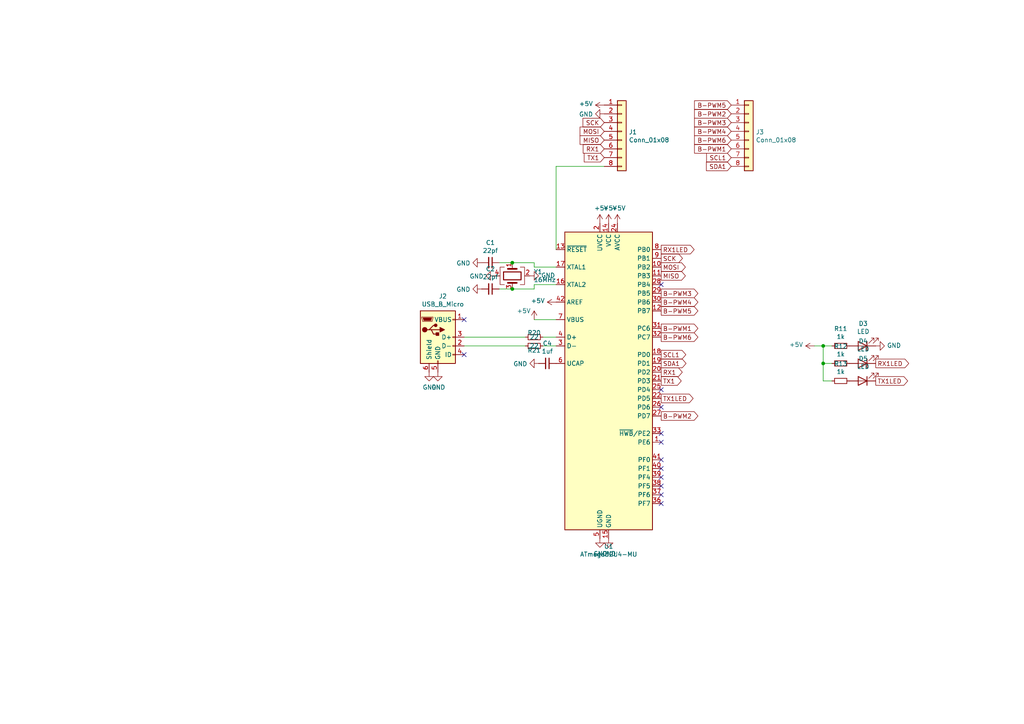
<source format=kicad_sch>
(kicad_sch (version 20211123) (generator eeschema)
  (paper "A4")
  (lib_symbols
    (symbol "Connector:USB_B_Micro" (pin_names (offset 1.016))
      (property "Reference" "J" (at -5.08 11.43 0))
      (property "Value" "USB_B_Micro" (at -5.08 8.89 0))
      (symbol "USB_B_Micro_0_1"
        (rectangle (start -5.08 -7.62) (end 5.08 7.62) (stroke (width 0.254)) (fill (type background)))
        (circle (center -3.81 2.159) (radius 0.635) (stroke (width 0.254)) (fill (type outline)))
        (circle (center -0.635 3.429) (radius 0.381) (stroke (width 0.254)) (fill (type outline)))
        (rectangle (start -0.127 -7.62) (end 0.127 -6.858))
        (polyline (pts (xy -1.905 2.159) (xy 0.635 2.159)) (stroke (width 0.254)))
        (polyline (pts (xy -3.175 2.159) (xy -2.54 2.159) (xy -1.27 3.429) (xy -0.635 3.429)) (stroke (width 0.254)))
        (polyline (pts (xy -2.54 2.159) (xy -1.905 2.159) (xy -1.27 0.889) (xy 0 0.889)) (stroke (width 0.254)))
        (polyline (pts (xy 0.635 2.794) (xy 0.635 1.524) (xy 1.905 2.159) (xy 0.635 2.794)) (stroke (width 0.254)) (fill (type outline)))
        (polyline (pts (xy -4.318 5.588) (xy -1.778 5.588) (xy -2.032 4.826) (xy -4.064 4.826) (xy -4.318 5.588)) (fill (type outline)))
        (polyline (pts (xy -4.699 5.842) (xy -4.699 5.588) (xy -4.445 4.826) (xy -4.445 4.572) (xy -1.651 4.572) (xy -1.651 4.826) (xy -1.397 5.588) (xy -1.397 5.842) (xy -4.699 5.842)))
        (rectangle (start 0.254 1.27) (end -0.508 0.508) (stroke (width 0.254)) (fill (type outline)))
        (rectangle (start 5.08 -5.207) (end 4.318 -4.953))
        (rectangle (start 5.08 -2.667) (end 4.318 -2.413))
        (rectangle (start 5.08 -0.127) (end 4.318 0.127))
        (rectangle (start 5.08 4.953) (end 4.318 5.207))
      )
      (symbol "USB_B_Micro_1_1"
        (pin power_out line (at 7.62 5.08 180) (length 2.54) (name "VBUS") (number "1"))
        (pin bidirectional line (at 7.62 -2.54 180) (length 2.54) (name "D-") (number "2"))
        (pin bidirectional line (at 7.62 0 180) (length 2.54) (name "D+") (number "3"))
        (pin passive line (at 7.62 -5.08 180) (length 2.54) (name "ID") (number "4"))
        (pin power_out line (at 0 -10.16 90) (length 2.54) (name "GND") (number "5"))
        (pin passive line (at -2.54 -10.16 90) (length 2.54) (name "Shield") (number "6"))
      )
    )
    (symbol "Connector_Generic:Conn_01x08" (pin_names (offset 1.016) hide)
      (property "Reference" "J" (at 0 10.16 0))
      (property "Value" "Conn_01x08" (at 0 -12.7 0))
      (symbol "Conn_01x08_1_1"
        (rectangle (start -1.27 -10.033) (end 0 -10.287) (stroke (width 0.1524)))
        (rectangle (start -1.27 -7.493) (end 0 -7.747) (stroke (width 0.1524)))
        (rectangle (start -1.27 -4.953) (end 0 -5.207) (stroke (width 0.1524)))
        (rectangle (start -1.27 -2.413) (end 0 -2.667) (stroke (width 0.1524)))
        (rectangle (start -1.27 0.127) (end 0 -0.127) (stroke (width 0.1524)))
        (rectangle (start -1.27 2.667) (end 0 2.413) (stroke (width 0.1524)))
        (rectangle (start -1.27 5.207) (end 0 4.953) (stroke (width 0.1524)))
        (rectangle (start -1.27 7.747) (end 0 7.493) (stroke (width 0.1524)))
        (rectangle (start -1.27 8.89) (end 1.27 -11.43) (stroke (width 0.254)) (fill (type background)))
        (pin passive line (at -5.08 7.62 0) (length 3.81) (name "Pin_1") (number "1"))
        (pin passive line (at -5.08 5.08 0) (length 3.81) (name "Pin_2") (number "2"))
        (pin passive line (at -5.08 2.54 0) (length 3.81) (name "Pin_3") (number "3"))
        (pin passive line (at -5.08 0 0) (length 3.81) (name "Pin_4") (number "4"))
        (pin passive line (at -5.08 -2.54 0) (length 3.81) (name "Pin_5") (number "5"))
        (pin passive line (at -5.08 -5.08 0) (length 3.81) (name "Pin_6") (number "6"))
        (pin passive line (at -5.08 -7.62 0) (length 3.81) (name "Pin_7") (number "7"))
        (pin passive line (at -5.08 -10.16 0) (length 3.81) (name "Pin_8") (number "8"))
      )
    )
    (symbol "Device:C_Small" (pin_numbers hide) (pin_names (offset 0.254) hide)
      (property "Reference" "C" (at 0.254 1.778 0))
      (property "Value" "C_Small" (at 0.254 -2.032 0))
      (symbol "C_Small_0_1"
        (polyline (pts (xy -1.524 -0.508) (xy 1.524 -0.508)) (stroke (width 0.3302)))
        (polyline (pts (xy -1.524 0.508) (xy 1.524 0.508)) (stroke (width 0.3048)))
      )
      (symbol "C_Small_1_1"
        (pin passive line (at 0 2.54 270) (length 2.032) (name "~") (number "1"))
        (pin passive line (at 0 -2.54 90) (length 2.032) (name "~") (number "2"))
      )
    )
    (symbol "Device:Crystal_GND24" (pin_names (offset 1.016) hide)
      (property "Reference" "Y" (at 3.175 5.08 0))
      (property "Value" "Crystal_GND24" (at 3.175 3.175 0))
      (symbol "Crystal_GND24_0_1"
        (rectangle (start -1.143 2.54) (end 1.143 -2.54) (stroke (width 0.3048)))
        (polyline (pts (xy -2.54 0) (xy -2.032 0)))
        (polyline (pts (xy -2.032 -1.27) (xy -2.032 1.27)) (stroke (width 0.508)))
        (polyline (pts (xy 0 -3.81) (xy 0 -3.556)))
        (polyline (pts (xy 0 3.556) (xy 0 3.81)))
        (polyline (pts (xy 2.032 -1.27) (xy 2.032 1.27)) (stroke (width 0.508)))
        (polyline (pts (xy 2.032 0) (xy 2.54 0)))
        (polyline (pts (xy -2.54 -2.286) (xy -2.54 -3.556) (xy 2.54 -3.556) (xy 2.54 -2.286)))
        (polyline (pts (xy -2.54 2.286) (xy -2.54 3.556) (xy 2.54 3.556) (xy 2.54 2.286)))
      )
      (symbol "Crystal_GND24_1_1"
        (pin passive line (at -3.81 0 0) (length 1.27) (name "1") (number "1"))
        (pin passive line (at 0 5.08 270) (length 1.27) (name "2") (number "2"))
        (pin passive line (at 3.81 0 180) (length 1.27) (name "3") (number "3"))
        (pin passive line (at 0 -5.08 90) (length 1.27) (name "4") (number "4"))
      )
    )
    (symbol "Device:LED" (pin_numbers hide) (pin_names (offset 1.016) hide)
      (property "Reference" "D" (at 0 2.54 0))
      (property "Value" "LED" (at 0 -2.54 0))
      (symbol "LED_0_1"
        (polyline (pts (xy -1.27 -1.27) (xy -1.27 1.27)) (stroke (width 0.254)))
        (polyline (pts (xy -1.27 0) (xy 1.27 0)))
        (polyline (pts (xy 1.27 -1.27) (xy 1.27 1.27) (xy -1.27 0) (xy 1.27 -1.27)) (stroke (width 0.254)))
        (polyline (pts (xy -3.048 -0.762) (xy -4.572 -2.286) (xy -3.81 -2.286) (xy -4.572 -2.286) (xy -4.572 -1.524)))
        (polyline (pts (xy -1.778 -0.762) (xy -3.302 -2.286) (xy -2.54 -2.286) (xy -3.302 -2.286) (xy -3.302 -1.524)))
      )
      (symbol "LED_1_1"
        (pin passive line (at -3.81 0 0) (length 2.54) (name "K") (number "1"))
        (pin passive line (at 3.81 0 180) (length 2.54) (name "A") (number "2"))
      )
    )
    (symbol "Device:R_Small" (pin_numbers hide) (pin_names (offset 0.254) hide)
      (property "Reference" "R" (at 0.762 0.508 0))
      (property "Value" "R_Small" (at 0.762 -1.016 0))
      (symbol "R_Small_0_1"
        (rectangle (start -0.762 1.778) (end 0.762 -1.778) (stroke (width 0.2032)))
      )
      (symbol "R_Small_1_1"
        (pin passive line (at 0 2.54 270) (length 0.762) (name "~") (number "1"))
        (pin passive line (at 0 -2.54 90) (length 0.762) (name "~") (number "2"))
      )
    )
    (symbol "main-rescue:ATmega32U4-MU-MCU_Microchip_ATmega"
      (property "Reference" "U" (at -12.7 44.45 0))
      (property "Value" "ATmega32U4-MU-MCU_Microchip_ATmega" (at 2.54 -44.45 0))
      (symbol "ATmega32U4-MU-MCU_Microchip_ATmega_0_1"
        (rectangle (start -12.7 -43.18) (end 12.7 43.18) (stroke (width 0.254)) (fill (type background)))
      )
      (symbol "ATmega32U4-MU-MCU_Microchip_ATmega_1_1"
        (pin bidirectional line (at 15.24 -17.78 180) (length 2.54) (name "PE6") (number "1"))
        (pin bidirectional line (at 15.24 33.02 180) (length 2.54) (name "PB2") (number "10"))
        (pin bidirectional line (at 15.24 30.48 180) (length 2.54) (name "PB3") (number "11"))
        (pin bidirectional line (at 15.24 20.32 180) (length 2.54) (name "PB7") (number "12"))
        (pin input line (at -15.24 38.1 0) (length 2.54) (name "~{RESET}") (number "13"))
        (pin power_in line (at 0 45.72 270) (length 2.54) (name "VCC") (number "14"))
        (pin power_in line (at 0 -45.72 90) (length 2.54) (name "GND") (number "15"))
        (pin output line (at -15.24 27.94 0) (length 2.54) (name "XTAL2") (number "16"))
        (pin input line (at -15.24 33.02 0) (length 2.54) (name "XTAL1") (number "17"))
        (pin bidirectional line (at 15.24 7.62 180) (length 2.54) (name "PD0") (number "18"))
        (pin bidirectional line (at 15.24 5.08 180) (length 2.54) (name "PD1") (number "19"))
        (pin power_in line (at -2.54 45.72 270) (length 2.54) (name "UVCC") (number "2"))
        (pin bidirectional line (at 15.24 2.54 180) (length 2.54) (name "PD2") (number "20"))
        (pin bidirectional line (at 15.24 0 180) (length 2.54) (name "PD3") (number "21"))
        (pin bidirectional line (at 15.24 -5.08 180) (length 2.54) (name "PD5") (number "22"))
        (pin passive line (at 0 -45.72 90) (length 2.54) hide (name "GND") (number "23"))
        (pin power_in line (at 2.54 45.72 270) (length 2.54) (name "AVCC") (number "24"))
        (pin bidirectional line (at 15.24 -2.54 180) (length 2.54) (name "PD4") (number "25"))
        (pin bidirectional line (at 15.24 -7.62 180) (length 2.54) (name "PD6") (number "26"))
        (pin bidirectional line (at 15.24 -10.16 180) (length 2.54) (name "PD7") (number "27"))
        (pin bidirectional line (at 15.24 27.94 180) (length 2.54) (name "PB4") (number "28"))
        (pin bidirectional line (at 15.24 25.4 180) (length 2.54) (name "PB5") (number "29"))
        (pin bidirectional line (at -15.24 10.16 0) (length 2.54) (name "D-") (number "3"))
        (pin bidirectional line (at 15.24 22.86 180) (length 2.54) (name "PB6") (number "30"))
        (pin bidirectional line (at 15.24 15.24 180) (length 2.54) (name "PC6") (number "31"))
        (pin bidirectional line (at 15.24 12.7 180) (length 2.54) (name "PC7") (number "32"))
        (pin bidirectional line (at 15.24 -15.24 180) (length 2.54) (name "~{HWB}/PE2") (number "33"))
        (pin passive line (at 0 45.72 270) (length 2.54) hide (name "VCC") (number "34"))
        (pin passive line (at 0 -45.72 90) (length 2.54) hide (name "GND") (number "35"))
        (pin bidirectional line (at 15.24 -35.56 180) (length 2.54) (name "PF7") (number "36"))
        (pin bidirectional line (at 15.24 -33.02 180) (length 2.54) (name "PF6") (number "37"))
        (pin bidirectional line (at 15.24 -30.48 180) (length 2.54) (name "PF5") (number "38"))
        (pin bidirectional line (at 15.24 -27.94 180) (length 2.54) (name "PF4") (number "39"))
        (pin bidirectional line (at -15.24 12.7 0) (length 2.54) (name "D+") (number "4"))
        (pin bidirectional line (at 15.24 -25.4 180) (length 2.54) (name "PF1") (number "40"))
        (pin bidirectional line (at 15.24 -22.86 180) (length 2.54) (name "PF0") (number "41"))
        (pin passive line (at -15.24 22.86 0) (length 2.54) (name "AREF") (number "42"))
        (pin passive line (at 0 -45.72 90) (length 2.54) hide (name "GND") (number "43"))
        (pin passive line (at 2.54 45.72 270) (length 2.54) hide (name "AVCC") (number "44"))
        (pin passive line (at 0 -45.72 90) (length 2.54) hide (name "GND") (number "45"))
        (pin passive line (at -2.54 -45.72 90) (length 2.54) (name "UGND") (number "5"))
        (pin passive line (at -15.24 5.08 0) (length 2.54) (name "UCAP") (number "6"))
        (pin input line (at -15.24 17.78 0) (length 2.54) (name "VBUS") (number "7"))
        (pin bidirectional line (at 15.24 38.1 180) (length 2.54) (name "PB0") (number "8"))
        (pin bidirectional line (at 15.24 35.56 180) (length 2.54) (name "PB1") (number "9"))
      )
    )
    (symbol "power:+5V" (power) (pin_names (offset 0))
      (property "Value" "+5V" (at 0 3.556 0))
      (symbol "+5V_0_1"
        (polyline (pts (xy -0.762 1.27) (xy 0 2.54)))
        (polyline (pts (xy 0 0) (xy 0 2.54)))
        (polyline (pts (xy 0 2.54) (xy 0.762 1.27)))
      )
      (symbol "+5V_1_1"
        (pin power_in line (at 0 0 90) (length 0) hide (name "+5V") (number "1"))
      )
    )
    (symbol "power:GND" (power) (pin_names (offset 0))
      (property "Value" "GND" (at 0 -3.81 0))
      (symbol "GND_0_1"
        (polyline (pts (xy 0 0) (xy 0 -1.27) (xy 1.27 -1.27) (xy 0 -2.54) (xy -1.27 -1.27) (xy 0 -1.27)))
      )
      (symbol "GND_1_1"
        (pin power_in line (at 0 0 270) (length 0) hide (name "GND") (number "1"))
      )
    )
  )
  (junction (at 238.76 105.41))
  (junction (at 148.59 76.2))
  (junction (at 238.76 100.33))
  (junction (at 148.59 83.82))
  (no_connect (at 191.77 118.11))
  (no_connect (at 191.77 82.55))
  (no_connect (at 191.77 146.05))
  (no_connect (at 191.77 113.03))
  (no_connect (at 191.77 133.35))
  (no_connect (at 90.17 -5.08))
  (no_connect (at 191.77 125.73))
  (no_connect (at 191.77 143.51))
  (no_connect (at 191.77 140.97))
  (no_connect (at 191.77 135.89))
  (no_connect (at 134.62 102.87))
  (no_connect (at 191.77 128.27))
  (no_connect (at 134.62 92.71))
  (no_connect (at 191.77 138.43))
  (wire (pts (xy 154.94 82.55) (xy 161.29 82.55)))
  (wire (pts (xy 148.59 83.82) (xy 144.78 83.82)))
  (wire (pts (xy 238.76 100.33) (xy 238.76 105.41)))
  (wire (pts (xy 154.94 77.47) (xy 161.29 77.47)))
  (wire (pts (xy 238.76 110.49) (xy 241.3 110.49)))
  (wire (pts (xy 161.29 100.33) (xy 157.48 100.33)))
  (wire (pts (xy 161.29 97.79) (xy 157.48 97.79)))
  (wire (pts (xy 236.22 100.33) (xy 238.76 100.33)))
  (wire (pts (xy 238.76 105.41) (xy 241.3 105.41)))
  (wire (pts (xy 148.59 83.82) (xy 154.94 83.82)))
  (wire (pts (xy 175.26 48.26) (xy 161.29 48.26)))
  (wire (pts (xy 148.59 76.2) (xy 144.78 76.2)))
  (wire (pts (xy 238.76 100.33) (xy 241.3 100.33)))
  (wire (pts (xy 154.94 76.2) (xy 154.94 77.47)))
  (wire (pts (xy 134.62 97.79) (xy 152.4 97.79)))
  (wire (pts (xy 161.29 48.26) (xy 161.29 72.39)))
  (wire (pts (xy 134.62 100.33) (xy 152.4 100.33)))
  (wire (pts (xy 154.94 83.82) (xy 154.94 82.55)))
  (wire (pts (xy 154.94 92.71) (xy 161.29 92.71)))
  (wire (pts (xy 148.59 76.2) (xy 154.94 76.2)))
  (wire (pts (xy 238.76 105.41) (xy 238.76 110.49)))
  (global_label "SCK" (shape input) (at 175.26 35.56 180) (property "Intersheet References" "${INTERSHEET_REFS}" (effects hide)))
  (global_label "MOSI" (shape output) (at 191.77 77.47 0) (property "Intersheet References" "${INTERSHEET_REFS}" (effects hide)))
  (global_label "RX1LED" (shape output) (at 254 105.41 0) (property "Intersheet References" "${INTERSHEET_REFS}" (effects hide)))
  (global_label "B-PWM1" (shape input) (at 212.09 43.18 180) (property "Intersheet References" "${INTERSHEET_REFS}" (effects hide)))
  (global_label "TX1" (shape output) (at 191.77 110.49 0) (property "Intersheet References" "${INTERSHEET_REFS}" (effects hide)))
  (global_label "TX1" (shape input) (at 175.26 45.72 180) (property "Intersheet References" "${INTERSHEET_REFS}" (effects hide)))
  (global_label "B-PWM4" (shape output) (at 191.77 87.63 0) (property "Intersheet References" "${INTERSHEET_REFS}" (effects hide)))
  (global_label "SCK" (shape output) (at 191.77 74.93 0) (property "Intersheet References" "${INTERSHEET_REFS}" (effects hide)))
  (global_label "SCL1" (shape output) (at 191.77 102.87 0) (property "Intersheet References" "${INTERSHEET_REFS}" (effects hide)))
  (global_label "RX1LED" (shape output) (at 191.77 72.39 0) (property "Intersheet References" "${INTERSHEET_REFS}" (effects hide)))
  (global_label "MISO" (shape input) (at 175.26 40.64 180) (property "Intersheet References" "${INTERSHEET_REFS}" (effects hide)))
  (global_label "SDA1" (shape output) (at 191.77 105.41 0) (property "Intersheet References" "${INTERSHEET_REFS}" (effects hide)))
  (global_label "B-PWM5" (shape input) (at 212.09 30.48 180) (property "Intersheet References" "${INTERSHEET_REFS}" (effects hide)))
  (global_label "RX1" (shape output) (at 191.77 107.95 0) (property "Intersheet References" "${INTERSHEET_REFS}" (effects hide)))
  (global_label "MOSI" (shape input) (at 175.26 38.1 180) (property "Intersheet References" "${INTERSHEET_REFS}" (effects hide)))
  (global_label "SDA1" (shape input) (at 212.09 48.26 180) (property "Intersheet References" "${INTERSHEET_REFS}" (effects hide)))
  (global_label "B-PWM1" (shape output) (at 191.77 95.25 0) (property "Intersheet References" "${INTERSHEET_REFS}" (effects hide)))
  (global_label "B-PWM3" (shape input) (at 212.09 35.56 180) (property "Intersheet References" "${INTERSHEET_REFS}" (effects hide)))
  (global_label "B-PWM2" (shape output) (at 191.77 120.65 0) (property "Intersheet References" "${INTERSHEET_REFS}" (effects hide)))
  (global_label "B-PWM3" (shape output) (at 191.77 85.09 0) (property "Intersheet References" "${INTERSHEET_REFS}" (effects hide)))
  (global_label "RX1" (shape input) (at 175.26 43.18 180) (property "Intersheet References" "${INTERSHEET_REFS}" (effects hide)))
  (global_label "B-PWM6" (shape output) (at 191.77 97.79 0) (property "Intersheet References" "${INTERSHEET_REFS}" (effects hide)))
  (global_label "B-PWM2" (shape input) (at 212.09 33.02 180) (property "Intersheet References" "${INTERSHEET_REFS}" (effects hide)))
  (global_label "B-PWM6" (shape input) (at 212.09 40.64 180) (property "Intersheet References" "${INTERSHEET_REFS}" (effects hide)))
  (global_label "TX1LED" (shape output) (at 191.77 115.57 0) (property "Intersheet References" "${INTERSHEET_REFS}" (effects hide)))
  (global_label "SCL1" (shape input) (at 212.09 45.72 180) (property "Intersheet References" "${INTERSHEET_REFS}" (effects hide)))
  (global_label "B-PWM4" (shape input) (at 212.09 38.1 180) (property "Intersheet References" "${INTERSHEET_REFS}" (effects hide)))
  (global_label "MISO" (shape output) (at 191.77 80.01 0) (property "Intersheet References" "${INTERSHEET_REFS}" (effects hide)))
  (global_label "TX1LED" (shape output) (at 254 110.49 0) (property "Intersheet References" "${INTERSHEET_REFS}" (effects hide)))
  (global_label "B-PWM5" (shape output) (at 191.77 90.17 0) (property "Intersheet References" "${INTERSHEET_REFS}" (effects hide)))
  (symbol (lib_id "Device:C_Small") (at 142.24 76.2 270) (unit 1)
    (property "Reference" "C1" (at 142.24 70.3834 90))
    (property "Value" "22pf" (at 142.24 72.6948 90))
    (property "Footprint" "Capacitor_SMD:C_0402_1005Metric" (effects hide))
    (property "LCSC" "C1555" (effects hide))
  )
  (symbol (lib_id "Device:C_Small") (at 142.24 83.82 270) (unit 1)
    (property "Reference" "C2" (at 142.24 78.0034 90))
    (property "Value" "22pf" (at 142.24 80.3148 90))
    (property "Footprint" "Capacitor_SMD:C_0402_1005Metric" (effects hide))
    (property "LCSC" "C1555" (effects hide))
  )
  (symbol (lib_id "power:GND") (at 139.7 76.2 270) (unit 1)
    (property "Reference" "#PWR01" (effects hide))
    (property "Value" "GND" (at 136.4488 76.327 90) (effects (justify right)))
  )
  (symbol (lib_id "power:GND") (at 139.7 83.82 270) (unit 1)
    (property "Reference" "#PWR02" (effects hide))
    (property "Value" "GND" (at 136.4488 83.947 90) (effects (justify right)))
  )
  (symbol (lib_id "power:GND") (at 127 107.95 0) (unit 1)
    (property "Reference" "#PWR018" (effects hide))
    (property "Value" "GND" (at 127.127 112.3442 0))
  )
  (symbol (lib_id "power:GND") (at 124.46 107.95 0) (unit 1)
    (property "Reference" "#PWR017" (effects hide))
    (property "Value" "GND" (at 124.587 112.3442 0))
  )
  (symbol (lib_id "power:+5V") (at 173.99 64.77 0) (unit 1)
    (property "Reference" "#PWR030" (effects hide))
    (property "Value" "+5V" (at 174.371 60.3758 0))
  )
  (symbol (lib_id "power:+5V") (at 176.53 64.77 0) (unit 1)
    (property "Reference" "#PWR032" (effects hide))
    (property "Value" "+5V" (at 176.911 60.3758 0))
  )
  (symbol (lib_id "power:+5V") (at 179.07 64.77 0) (unit 1)
    (property "Reference" "#PWR035" (effects hide))
    (property "Value" "+5V" (at 179.451 60.3758 0))
  )
  (symbol (lib_id "power:GND") (at 173.99 156.21 0) (unit 1)
    (property "Reference" "#PWR031" (effects hide))
    (property "Value" "GND" (at 174.117 160.6042 0))
  )
  (symbol (lib_id "power:GND") (at 176.53 156.21 0) (unit 1)
    (property "Reference" "#PWR033" (effects hide))
    (property "Value" "GND" (at 176.657 160.6042 0))
  )
  (symbol (lib_id "power:+5V") (at 161.29 87.63 90) (unit 1)
    (property "Reference" "#PWR025" (effects hide))
    (property "Value" "+5V" (at 158.0388 87.249 90) (effects (justify left)))
  )
  (symbol (lib_id "power:+5V") (at 154.94 92.71 0) (unit 1)
    (property "Reference" "#PWR023" (effects hide))
    (property "Value" "+5V" (at 149.86 90.17 0) (effects (justify left)))
  )
  (symbol (lib_id "Device:C_Small") (at 158.75 105.41 270) (unit 1)
    (property "Reference" "C4" (at 158.75 99.5934 90))
    (property "Value" "1uf" (at 158.75 101.9048 90))
    (property "Footprint" "Capacitor_SMD:C_0402_1005Metric" (effects hide))
    (property "LCSC" "C52923" (effects hide))
  )
  (symbol (lib_id "power:GND") (at 156.21 105.41 270) (unit 1)
    (property "Reference" "#PWR024" (effects hide))
    (property "Value" "GND" (at 152.9588 105.537 90) (effects (justify right)))
  )
  (symbol (lib_id "Device:R_Small") (at 154.94 97.79 270) (unit 1)
    (property "Reference" "R20" (at 154.94 96.52 90))
    (property "Value" "22" (at 154.94 97.79 90))
    (property "Footprint" "Resistor_SMD:R_0402_1005Metric" (effects hide))
    (property "LCSC" "C25092" (effects hide))
  )
  (symbol (lib_id "Device:R_Small") (at 154.94 100.33 270) (unit 1)
    (property "Reference" "R21" (at 154.94 101.6 90))
    (property "Value" "22" (at 154.94 100.33 90))
    (property "Footprint" "Resistor_SMD:R_0402_1005Metric" (effects hide))
    (property "LCSC" "C25092" (effects hide))
  )
  (symbol (lib_id "power:+5V") (at 236.22 100.33 90) (unit 1)
    (property "Reference" "#PWR08" (effects hide))
    (property "Value" "+5V" (at 232.9688 99.949 90) (effects (justify left)))
  )
  (symbol (lib_id "Device:R_Small") (at 243.84 100.33 270) (unit 1)
    (property "Reference" "R11" (at 243.84 95.3516 90))
    (property "Value" "1k" (at 243.84 97.663 90))
    (property "Footprint" "Resistor_SMD:R_0402_1005Metric" (effects hide))
    (property "LCSC" "C11702" (effects hide))
  )
  (symbol (lib_id "Device:R_Small") (at 243.84 105.41 270) (unit 1)
    (property "Reference" "R12" (at 243.84 100.4316 90))
    (property "Value" "1k" (at 243.84 102.743 90))
    (property "Footprint" "Resistor_SMD:R_0402_1005Metric" (effects hide))
    (property "LCSC" "C11702" (effects hide))
  )
  (symbol (lib_id "Device:R_Small") (at 243.84 110.49 270) (unit 1)
    (property "Reference" "R13" (at 243.84 105.5116 90))
    (property "Value" "1k" (at 243.84 107.823 90))
    (property "Footprint" "Resistor_SMD:R_0402_1005Metric" (effects hide))
    (property "LCSC" "C11702" (effects hide))
  )
  (symbol (lib_id "Device:LED") (at 250.19 100.33 180) (unit 1)
    (property "Reference" "D3" (at 250.3678 93.853 0))
    (property "Value" "LED" (at 250.3678 96.1644 0))
    (property "Footprint" "LED_SMD:LED_0402_1005Metric" (effects hide))
    (property "LCSC" "C130725" (effects hide))
  )
  (symbol (lib_id "Device:LED") (at 250.19 105.41 180) (unit 1)
    (property "Reference" "D4" (at 250.3678 98.933 0))
    (property "Value" "LED" (at 250.3678 101.2444 0))
    (property "Footprint" "LED_SMD:LED_0402_1005Metric" (effects hide))
    (property "LCSC" "C130725" (effects hide))
  )
  (symbol (lib_id "Device:LED") (at 250.19 110.49 180) (unit 1)
    (property "Reference" "D5" (at 250.3678 104.013 0))
    (property "Value" "LED" (at 250.3678 106.3244 0))
    (property "Footprint" "LED_SMD:LED_0402_1005Metric" (effects hide))
    (property "LCSC" "C130725" (effects hide))
  )
  (symbol (lib_id "power:GND") (at 254 100.33 90) (unit 1)
    (property "Reference" "#PWR012" (effects hide))
    (property "Value" "GND" (at 257.2512 100.203 90) (effects (justify right)))
  )
  (symbol (lib_id "Device:Crystal_GND24") (at 148.59 80.01 270) (unit 1)
    (property "Reference" "Y1" (at 154.7876 78.8416 90) (effects (justify left)))
    (property "Value" "16MHz" (at 154.7876 81.153 90) (effects (justify left)))
    (property "Footprint" "Crystal:Crystal_SMD_3225-4Pin_3.2x2.5mm" (effects hide))
    (property "LCSC" "C164049" (effects hide))
  )
  (symbol (lib_id "power:GND") (at 153.67 80.01 90) (unit 1)
    (property "Reference" "#PWR05" (effects hide))
    (property "Value" "GND" (at 156.9212 79.883 90) (effects (justify right)))
  )
  (symbol (lib_id "power:GND") (at 143.51 80.01 270) (unit 1)
    (property "Reference" "#PWR04" (effects hide))
    (property "Value" "GND" (at 140.2588 80.137 90) (effects (justify right)))
  )
  (symbol (lib_id "Connector:USB_B_Micro") (at 127 97.79 0) (unit 1)
    (property "Reference" "J2" (at 128.4478 85.9282 0))
    (property "Value" "USB_B_Micro" (at 128.4478 88.2396 0))
    (property "Footprint" "Connector_USB:USB_Micro-B_Molex_47346-0001" (effects hide))
    (property "LCSC" "C132560" (effects hide))
  )
  (symbol (lib_id "Connector_Generic:Conn_01x08") (at 180.34 38.1 0) (unit 1)
    (property "Reference" "J1" (at 182.372 38.3032 0) (effects (justify left)))
    (property "Value" "Conn_01x08" (at 182.372 40.6146 0) (effects (justify left)))
    (property "Footprint" "Connector_PinHeader_2.54mm:PinHeader_1x08_P2.54mm_Vertical" (effects hide))
  )
  (symbol (lib_id "Connector_Generic:Conn_01x08") (at 217.17 38.1 0) (unit 1)
    (property "Reference" "J3" (at 219.202 38.3032 0) (effects (justify left)))
    (property "Value" "Conn_01x08" (at 219.202 40.6146 0) (effects (justify left)))
    (property "Footprint" "Connector_PinHeader_2.54mm:PinHeader_1x08_P2.54mm_Vertical" (effects hide))
  )
  (symbol (lib_id "power:+5V") (at 175.26 30.48 90) (unit 1)
    (property "Reference" "#PWR03" (effects hide))
    (property "Value" "+5V" (at 172.0088 30.099 90) (effects (justify left)))
  )
  (symbol (lib_id "power:GND") (at 175.26 33.02 270) (unit 1)
    (property "Reference" "#PWR06" (effects hide))
    (property "Value" "GND" (at 172.0088 33.147 90) (effects (justify right)))
  )
  (symbol (lib_id "main-rescue:ATmega32U4-MU-MCU_Microchip_ATmega") (at 176.53 110.49 0) (unit 1)
    (property "Reference" "U1" (at 176.53 158.4706 0))
    (property "Value" "ATmega32U4-MU" (at 176.53 160.782 0))
    (property "Footprint" "Package_DFN_QFN:QFN-44-1EP_7x7mm_P0.5mm_EP5.2x5.2mm" (effects hide))
    (property "Datasheet" "http://ww1.microchip.com/downloads/en/DeviceDoc/Atmel-7766-8-bit-AVR-ATmega16U4-32U4_Datasheet.pdf" (effects hide))
    (property "LCSC" "C112161" (effects hide))
  )
)
</source>
